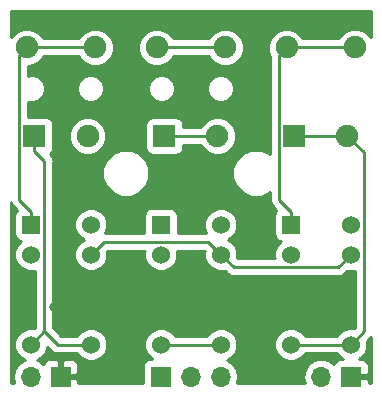
<source format=gbr>
G04 #@! TF.GenerationSoftware,KiCad,Pcbnew,5.0.1-33cea8e~68~ubuntu18.04.1*
G04 #@! TF.CreationDate,2018-11-09T17:01:54+09:00*
G04 #@! TF.ProjectId,relay_jacks,72656C61795F6A61636B732E6B696361,rev?*
G04 #@! TF.SameCoordinates,Original*
G04 #@! TF.FileFunction,Copper,L2,Bot,Signal*
G04 #@! TF.FilePolarity,Positive*
%FSLAX46Y46*%
G04 Gerber Fmt 4.6, Leading zero omitted, Abs format (unit mm)*
G04 Created by KiCad (PCBNEW 5.0.1-33cea8e~68~ubuntu18.04.1) date 2018年11月09日 17時01分54秒*
%MOMM*%
%LPD*%
G01*
G04 APERTURE LIST*
G04 #@! TA.AperFunction,ComponentPad*
%ADD10R,1.524000X1.524000*%
G04 #@! TD*
G04 #@! TA.AperFunction,ComponentPad*
%ADD11C,1.524000*%
G04 #@! TD*
G04 #@! TA.AperFunction,ComponentPad*
%ADD12C,1.900000*%
G04 #@! TD*
G04 #@! TA.AperFunction,ComponentPad*
%ADD13R,1.900000X1.900000*%
G04 #@! TD*
G04 #@! TA.AperFunction,ComponentPad*
%ADD14R,1.700000X1.700000*%
G04 #@! TD*
G04 #@! TA.AperFunction,ComponentPad*
%ADD15O,1.700000X1.700000*%
G04 #@! TD*
G04 #@! TA.AperFunction,ViaPad*
%ADD16C,0.800000*%
G04 #@! TD*
G04 #@! TA.AperFunction,Conductor*
%ADD17C,0.250000*%
G04 #@! TD*
G04 #@! TA.AperFunction,Conductor*
%ADD18C,0.254000*%
G04 #@! TD*
G04 APERTURE END LIST*
D10*
G04 #@! TO.P,K1,1*
G04 #@! TO.N,Net-(J1-Pad4)*
X74852000Y-105696000D03*
D11*
G04 #@! TO.P,K1,2*
G04 #@! TO.N,Net-(K1-Pad2)*
X79932000Y-105696000D03*
G04 #@! TO.P,K1,3*
G04 #@! TO.N,Net-(D2-Pad1)*
X74852000Y-108236000D03*
G04 #@! TO.P,K1,4*
G04 #@! TO.N,+5V*
X79932000Y-108236000D03*
G04 #@! TO.P,K1,5*
G04 #@! TO.N,Net-(J1-Pad2)*
X74852000Y-115856000D03*
G04 #@! TO.P,K1,6*
X79932000Y-115856000D03*
G04 #@! TD*
D12*
G04 #@! TO.P,J5,3*
G04 #@! TO.N,Net-(J5-Pad2)*
X90642000Y-98202000D03*
D13*
G04 #@! TO.P,J5,2*
X86142000Y-98202000D03*
D12*
G04 #@! TO.P,J5,4*
G04 #@! TO.N,Net-(J5-Pad4)*
X91292000Y-90702000D03*
X85492000Y-90702000D03*
G04 #@! TD*
G04 #@! TO.P,J6,3*
G04 #@! TO.N,Net-(J6-Pad2)*
X101642000Y-98202000D03*
D13*
G04 #@! TO.P,J6,2*
X97142000Y-98202000D03*
D12*
G04 #@! TO.P,J6,4*
G04 #@! TO.N,Net-(J6-Pad4)*
X102292000Y-90702000D03*
X96492000Y-90702000D03*
G04 #@! TD*
D11*
G04 #@! TO.P,K2,6*
G04 #@! TO.N,Net-(J5-Pad2)*
X90932000Y-115856000D03*
G04 #@! TO.P,K2,5*
X85852000Y-115856000D03*
G04 #@! TO.P,K2,4*
G04 #@! TO.N,+5V*
X90932000Y-108236000D03*
G04 #@! TO.P,K2,3*
G04 #@! TO.N,Net-(D4-Pad1)*
X85852000Y-108236000D03*
G04 #@! TO.P,K2,2*
G04 #@! TO.N,Net-(K2-Pad2)*
X90932000Y-105696000D03*
D10*
G04 #@! TO.P,K2,1*
G04 #@! TO.N,Net-(J5-Pad4)*
X85852000Y-105696000D03*
G04 #@! TD*
D12*
G04 #@! TO.P,J1,3*
G04 #@! TO.N,Net-(J1-Pad2)*
X79642000Y-98202000D03*
D13*
G04 #@! TO.P,J1,2*
X75142000Y-98202000D03*
D12*
G04 #@! TO.P,J1,4*
G04 #@! TO.N,Net-(J1-Pad4)*
X80292000Y-90702000D03*
X74492000Y-90702000D03*
G04 #@! TD*
D14*
G04 #@! TO.P,J2,1*
G04 #@! TO.N,SIG0*
X85826600Y-118567000D03*
D15*
G04 #@! TO.P,J2,2*
G04 #@! TO.N,SIG1*
X88366600Y-118567000D03*
G04 #@! TO.P,J2,3*
G04 #@! TO.N,SIG2*
X90906600Y-118567000D03*
G04 #@! TD*
D14*
G04 #@! TO.P,J3,1*
G04 #@! TO.N,GND*
X77368400Y-118567000D03*
D15*
G04 #@! TO.P,J3,2*
G04 #@! TO.N,+5V*
X74828400Y-118567000D03*
G04 #@! TD*
G04 #@! TO.P,J4,2*
G04 #@! TO.N,+5V*
X99416000Y-118567000D03*
D14*
G04 #@! TO.P,J4,1*
G04 #@! TO.N,GND*
X101956000Y-118567000D03*
G04 #@! TD*
D10*
G04 #@! TO.P,K3,1*
G04 #@! TO.N,Net-(J6-Pad4)*
X96852000Y-105696000D03*
D11*
G04 #@! TO.P,K3,2*
G04 #@! TO.N,Net-(K3-Pad2)*
X101932000Y-105696000D03*
G04 #@! TO.P,K3,3*
G04 #@! TO.N,Net-(D6-Pad1)*
X96852000Y-108236000D03*
G04 #@! TO.P,K3,4*
G04 #@! TO.N,+5V*
X101932000Y-108236000D03*
G04 #@! TO.P,K3,5*
G04 #@! TO.N,Net-(J6-Pad2)*
X96852000Y-115856000D03*
G04 #@! TO.P,K3,6*
X101932000Y-115856000D03*
G04 #@! TD*
D16*
G04 #@! TO.N,GND*
X100088700Y-110705900D03*
X90594052Y-110585915D03*
X85467200Y-111188500D03*
X78879700Y-110401100D03*
X76794200Y-112699800D03*
X74549000Y-112636300D03*
G04 #@! TD*
D17*
G04 #@! TO.N,+5V*
X101932000Y-108236000D02*
X100835900Y-109332100D01*
X100835900Y-109332100D02*
X92028100Y-109332100D01*
X92028100Y-109332100D02*
X90932000Y-108236000D01*
X90932000Y-108236000D02*
X89843300Y-107147300D01*
X89843300Y-107147300D02*
X81020700Y-107147300D01*
X81020700Y-107147300D02*
X79932000Y-108236000D01*
G04 #@! TO.N,GND*
X100088700Y-110705900D02*
X90714037Y-110705900D01*
X90714037Y-110705900D02*
X90594052Y-110585915D01*
X90594052Y-110585915D02*
X86069785Y-110585915D01*
X86069785Y-110585915D02*
X85467200Y-111188500D01*
X78879700Y-110401100D02*
X76794200Y-112486600D01*
X76794200Y-112486600D02*
X76794200Y-112699800D01*
G04 #@! TO.N,Net-(J1-Pad4)*
X74492000Y-90702000D02*
X73866600Y-91327400D01*
X73866600Y-91327400D02*
X73866600Y-103623300D01*
X73866600Y-103623300D02*
X74852000Y-104608700D01*
X74852000Y-105696000D02*
X74852000Y-104608700D01*
X74492000Y-90702000D02*
X80292000Y-90702000D01*
G04 #@! TO.N,Net-(J1-Pad2)*
X75142000Y-98202000D02*
X75142000Y-99477300D01*
X75985700Y-114722300D02*
X74852000Y-115856000D01*
X79932000Y-115856000D02*
X77119400Y-115856000D01*
X77119400Y-115856000D02*
X75985700Y-114722300D01*
X75142000Y-99477300D02*
X75985700Y-100321000D01*
X75985700Y-100321000D02*
X75985700Y-114722300D01*
G04 #@! TO.N,Net-(J5-Pad2)*
X86142000Y-98202000D02*
X90642000Y-98202000D01*
X85852000Y-115856000D02*
X90932000Y-115856000D01*
G04 #@! TO.N,Net-(J5-Pad4)*
X85492000Y-90702000D02*
X91292000Y-90702000D01*
G04 #@! TO.N,Net-(J6-Pad4)*
X96852000Y-105696000D02*
X96852000Y-104608700D01*
X96492000Y-90702000D02*
X95856300Y-91337700D01*
X95856300Y-91337700D02*
X95856300Y-103613000D01*
X95856300Y-103613000D02*
X96852000Y-104608700D01*
X102292000Y-90702000D02*
X96492000Y-90702000D01*
G04 #@! TO.N,Net-(J6-Pad2)*
X101642000Y-98202000D02*
X103035300Y-99595300D01*
X103035300Y-99595300D02*
X103035300Y-114752700D01*
X103035300Y-114752700D02*
X101932000Y-115856000D01*
X97142000Y-98202000D02*
X101642000Y-98202000D01*
X101932000Y-115856000D02*
X96852000Y-115856000D01*
G04 #@! TD*
D18*
G04 #@! TO.N,GND*
G36*
X103657001Y-89855600D02*
X103635698Y-89804170D01*
X103189830Y-89358302D01*
X102607276Y-89117000D01*
X101976724Y-89117000D01*
X101394170Y-89358302D01*
X100948302Y-89804170D01*
X100891211Y-89942000D01*
X97892789Y-89942000D01*
X97835698Y-89804170D01*
X97389830Y-89358302D01*
X96807276Y-89117000D01*
X96176724Y-89117000D01*
X95594170Y-89358302D01*
X95148302Y-89804170D01*
X94907000Y-90386724D01*
X94907000Y-91017276D01*
X95096300Y-91474286D01*
X95096301Y-99743088D01*
X95016412Y-99663199D01*
X94286841Y-99361000D01*
X93497159Y-99361000D01*
X92767588Y-99663199D01*
X92209199Y-100221588D01*
X91907000Y-100951159D01*
X91907000Y-101740841D01*
X92209199Y-102470412D01*
X92767588Y-103028801D01*
X93497159Y-103331000D01*
X94286841Y-103331000D01*
X95016412Y-103028801D01*
X95096301Y-102948912D01*
X95096301Y-103538148D01*
X95081412Y-103613000D01*
X95096301Y-103687852D01*
X95140397Y-103909537D01*
X95308372Y-104160929D01*
X95371827Y-104203329D01*
X95639683Y-104471185D01*
X95632191Y-104476191D01*
X95491843Y-104686235D01*
X95442560Y-104934000D01*
X95442560Y-106458000D01*
X95491843Y-106705765D01*
X95632191Y-106915809D01*
X95842235Y-107056157D01*
X96020690Y-107091653D01*
X95667680Y-107444663D01*
X95455000Y-107958119D01*
X95455000Y-108513881D01*
X95479115Y-108572100D01*
X92342903Y-108572100D01*
X92316020Y-108545218D01*
X92329000Y-108513881D01*
X92329000Y-107958119D01*
X92116320Y-107444663D01*
X91723337Y-107051680D01*
X91516487Y-106966000D01*
X91723337Y-106880320D01*
X92116320Y-106487337D01*
X92329000Y-105973881D01*
X92329000Y-105418119D01*
X92116320Y-104904663D01*
X91723337Y-104511680D01*
X91209881Y-104299000D01*
X90654119Y-104299000D01*
X90140663Y-104511680D01*
X89747680Y-104904663D01*
X89535000Y-105418119D01*
X89535000Y-105973881D01*
X89706243Y-106387300D01*
X87261440Y-106387300D01*
X87261440Y-104934000D01*
X87212157Y-104686235D01*
X87071809Y-104476191D01*
X86861765Y-104335843D01*
X86614000Y-104286560D01*
X85090000Y-104286560D01*
X84842235Y-104335843D01*
X84632191Y-104476191D01*
X84491843Y-104686235D01*
X84442560Y-104934000D01*
X84442560Y-106387300D01*
X81157757Y-106387300D01*
X81329000Y-105973881D01*
X81329000Y-105418119D01*
X81116320Y-104904663D01*
X80723337Y-104511680D01*
X80209881Y-104299000D01*
X79654119Y-104299000D01*
X79140663Y-104511680D01*
X78747680Y-104904663D01*
X78535000Y-105418119D01*
X78535000Y-105973881D01*
X78747680Y-106487337D01*
X79140663Y-106880320D01*
X79347513Y-106966000D01*
X79140663Y-107051680D01*
X78747680Y-107444663D01*
X78535000Y-107958119D01*
X78535000Y-108513881D01*
X78747680Y-109027337D01*
X79140663Y-109420320D01*
X79654119Y-109633000D01*
X80209881Y-109633000D01*
X80723337Y-109420320D01*
X81116320Y-109027337D01*
X81329000Y-108513881D01*
X81329000Y-107958119D01*
X81316020Y-107926782D01*
X81335503Y-107907300D01*
X84476050Y-107907300D01*
X84455000Y-107958119D01*
X84455000Y-108513881D01*
X84667680Y-109027337D01*
X85060663Y-109420320D01*
X85574119Y-109633000D01*
X86129881Y-109633000D01*
X86643337Y-109420320D01*
X87036320Y-109027337D01*
X87249000Y-108513881D01*
X87249000Y-107958119D01*
X87227950Y-107907300D01*
X89528499Y-107907300D01*
X89547980Y-107926782D01*
X89535000Y-107958119D01*
X89535000Y-108513881D01*
X89747680Y-109027337D01*
X90140663Y-109420320D01*
X90654119Y-109633000D01*
X91209881Y-109633000D01*
X91241218Y-109620020D01*
X91437773Y-109816575D01*
X91480171Y-109880029D01*
X91543624Y-109922427D01*
X91543626Y-109922429D01*
X91669002Y-110006202D01*
X91731563Y-110048004D01*
X91953248Y-110092100D01*
X91953252Y-110092100D01*
X92028099Y-110106988D01*
X92102946Y-110092100D01*
X100761053Y-110092100D01*
X100835900Y-110106988D01*
X100910747Y-110092100D01*
X100910752Y-110092100D01*
X101132437Y-110048004D01*
X101383829Y-109880029D01*
X101426231Y-109816571D01*
X101622782Y-109620020D01*
X101654119Y-109633000D01*
X102209881Y-109633000D01*
X102275301Y-109605902D01*
X102275301Y-114437897D01*
X102241218Y-114471980D01*
X102209881Y-114459000D01*
X101654119Y-114459000D01*
X101140663Y-114671680D01*
X100747680Y-115064663D01*
X100734700Y-115096000D01*
X98049300Y-115096000D01*
X98036320Y-115064663D01*
X97643337Y-114671680D01*
X97129881Y-114459000D01*
X96574119Y-114459000D01*
X96060663Y-114671680D01*
X95667680Y-115064663D01*
X95455000Y-115578119D01*
X95455000Y-116133881D01*
X95667680Y-116647337D01*
X96060663Y-117040320D01*
X96574119Y-117253000D01*
X97129881Y-117253000D01*
X97643337Y-117040320D01*
X98036320Y-116647337D01*
X98049300Y-116616000D01*
X100734700Y-116616000D01*
X100747680Y-116647337D01*
X101140663Y-117040320D01*
X101241288Y-117082000D01*
X100979690Y-117082000D01*
X100746301Y-117178673D01*
X100567673Y-117357302D01*
X100501096Y-117518033D01*
X100486625Y-117496375D01*
X99995418Y-117168161D01*
X99562256Y-117082000D01*
X99269744Y-117082000D01*
X98836582Y-117168161D01*
X98345375Y-117496375D01*
X98017161Y-117987582D01*
X97901908Y-118567000D01*
X98014492Y-119133000D01*
X92308108Y-119133000D01*
X92420692Y-118567000D01*
X92305439Y-117987582D01*
X91977225Y-117496375D01*
X91486018Y-117168161D01*
X91437838Y-117158577D01*
X91723337Y-117040320D01*
X92116320Y-116647337D01*
X92329000Y-116133881D01*
X92329000Y-115578119D01*
X92116320Y-115064663D01*
X91723337Y-114671680D01*
X91209881Y-114459000D01*
X90654119Y-114459000D01*
X90140663Y-114671680D01*
X89747680Y-115064663D01*
X89734700Y-115096000D01*
X87049300Y-115096000D01*
X87036320Y-115064663D01*
X86643337Y-114671680D01*
X86129881Y-114459000D01*
X85574119Y-114459000D01*
X85060663Y-114671680D01*
X84667680Y-115064663D01*
X84455000Y-115578119D01*
X84455000Y-116133881D01*
X84667680Y-116647337D01*
X85060663Y-117040320D01*
X85131255Y-117069560D01*
X84976600Y-117069560D01*
X84728835Y-117118843D01*
X84518791Y-117259191D01*
X84378443Y-117469235D01*
X84329160Y-117717000D01*
X84329160Y-119133000D01*
X78853400Y-119133000D01*
X78853400Y-118852750D01*
X78694650Y-118694000D01*
X77495400Y-118694000D01*
X77495400Y-118714000D01*
X77241400Y-118714000D01*
X77241400Y-118694000D01*
X77221400Y-118694000D01*
X77221400Y-118440000D01*
X77241400Y-118440000D01*
X77241400Y-117240750D01*
X77495400Y-117240750D01*
X77495400Y-118440000D01*
X78694650Y-118440000D01*
X78853400Y-118281250D01*
X78853400Y-117590691D01*
X78756727Y-117357302D01*
X78578099Y-117178673D01*
X78344710Y-117082000D01*
X77654150Y-117082000D01*
X77495400Y-117240750D01*
X77241400Y-117240750D01*
X77082650Y-117082000D01*
X76392090Y-117082000D01*
X76158701Y-117178673D01*
X75980073Y-117357302D01*
X75913496Y-117518033D01*
X75899025Y-117496375D01*
X75407818Y-117168161D01*
X75358422Y-117158336D01*
X75643337Y-117040320D01*
X76036320Y-116647337D01*
X76249000Y-116133881D01*
X76249000Y-116060402D01*
X76529071Y-116340473D01*
X76571471Y-116403929D01*
X76822863Y-116571904D01*
X77044548Y-116616000D01*
X77044553Y-116616000D01*
X77119400Y-116630888D01*
X77194247Y-116616000D01*
X78734700Y-116616000D01*
X78747680Y-116647337D01*
X79140663Y-117040320D01*
X79654119Y-117253000D01*
X80209881Y-117253000D01*
X80723337Y-117040320D01*
X81116320Y-116647337D01*
X81329000Y-116133881D01*
X81329000Y-115578119D01*
X81116320Y-115064663D01*
X80723337Y-114671680D01*
X80209881Y-114459000D01*
X79654119Y-114459000D01*
X79140663Y-114671680D01*
X78747680Y-115064663D01*
X78734700Y-115096000D01*
X77434202Y-115096000D01*
X76745700Y-114407499D01*
X76745700Y-100951159D01*
X80907000Y-100951159D01*
X80907000Y-101740841D01*
X81209199Y-102470412D01*
X81767588Y-103028801D01*
X82497159Y-103331000D01*
X83286841Y-103331000D01*
X84016412Y-103028801D01*
X84574801Y-102470412D01*
X84877000Y-101740841D01*
X84877000Y-100951159D01*
X84574801Y-100221588D01*
X84016412Y-99663199D01*
X83286841Y-99361000D01*
X82497159Y-99361000D01*
X81767588Y-99663199D01*
X81209199Y-100221588D01*
X80907000Y-100951159D01*
X76745700Y-100951159D01*
X76745700Y-100395847D01*
X76760588Y-100321000D01*
X76745700Y-100246153D01*
X76745700Y-100246148D01*
X76701604Y-100024463D01*
X76533629Y-99773071D01*
X76470173Y-99730671D01*
X76429620Y-99690118D01*
X76549809Y-99609809D01*
X76690157Y-99399765D01*
X76739440Y-99152000D01*
X76739440Y-97886724D01*
X78057000Y-97886724D01*
X78057000Y-98517276D01*
X78298302Y-99099830D01*
X78744170Y-99545698D01*
X79326724Y-99787000D01*
X79957276Y-99787000D01*
X80539830Y-99545698D01*
X80985698Y-99099830D01*
X81227000Y-98517276D01*
X81227000Y-97886724D01*
X80985698Y-97304170D01*
X80933528Y-97252000D01*
X84544560Y-97252000D01*
X84544560Y-99152000D01*
X84593843Y-99399765D01*
X84734191Y-99609809D01*
X84944235Y-99750157D01*
X85192000Y-99799440D01*
X87092000Y-99799440D01*
X87339765Y-99750157D01*
X87549809Y-99609809D01*
X87690157Y-99399765D01*
X87739440Y-99152000D01*
X87739440Y-98962000D01*
X89241211Y-98962000D01*
X89298302Y-99099830D01*
X89744170Y-99545698D01*
X90326724Y-99787000D01*
X90957276Y-99787000D01*
X91539830Y-99545698D01*
X91985698Y-99099830D01*
X92227000Y-98517276D01*
X92227000Y-97886724D01*
X91985698Y-97304170D01*
X91539830Y-96858302D01*
X90957276Y-96617000D01*
X90326724Y-96617000D01*
X89744170Y-96858302D01*
X89298302Y-97304170D01*
X89241211Y-97442000D01*
X87739440Y-97442000D01*
X87739440Y-97252000D01*
X87690157Y-97004235D01*
X87549809Y-96794191D01*
X87339765Y-96653843D01*
X87092000Y-96604560D01*
X85192000Y-96604560D01*
X84944235Y-96653843D01*
X84734191Y-96794191D01*
X84593843Y-97004235D01*
X84544560Y-97252000D01*
X80933528Y-97252000D01*
X80539830Y-96858302D01*
X79957276Y-96617000D01*
X79326724Y-96617000D01*
X78744170Y-96858302D01*
X78298302Y-97304170D01*
X78057000Y-97886724D01*
X76739440Y-97886724D01*
X76739440Y-97252000D01*
X76690157Y-97004235D01*
X76549809Y-96794191D01*
X76339765Y-96653843D01*
X76092000Y-96604560D01*
X74626600Y-96604560D01*
X74626600Y-95320583D01*
X74666234Y-95337000D01*
X75117766Y-95337000D01*
X75534926Y-95164207D01*
X75854207Y-94844926D01*
X76027000Y-94427766D01*
X76027000Y-93976234D01*
X78757000Y-93976234D01*
X78757000Y-94427766D01*
X78929793Y-94844926D01*
X79249074Y-95164207D01*
X79666234Y-95337000D01*
X80117766Y-95337000D01*
X80534926Y-95164207D01*
X80854207Y-94844926D01*
X81027000Y-94427766D01*
X81027000Y-93976234D01*
X84757000Y-93976234D01*
X84757000Y-94427766D01*
X84929793Y-94844926D01*
X85249074Y-95164207D01*
X85666234Y-95337000D01*
X86117766Y-95337000D01*
X86534926Y-95164207D01*
X86854207Y-94844926D01*
X87027000Y-94427766D01*
X87027000Y-93976234D01*
X89757000Y-93976234D01*
X89757000Y-94427766D01*
X89929793Y-94844926D01*
X90249074Y-95164207D01*
X90666234Y-95337000D01*
X91117766Y-95337000D01*
X91534926Y-95164207D01*
X91854207Y-94844926D01*
X92027000Y-94427766D01*
X92027000Y-93976234D01*
X91854207Y-93559074D01*
X91534926Y-93239793D01*
X91117766Y-93067000D01*
X90666234Y-93067000D01*
X90249074Y-93239793D01*
X89929793Y-93559074D01*
X89757000Y-93976234D01*
X87027000Y-93976234D01*
X86854207Y-93559074D01*
X86534926Y-93239793D01*
X86117766Y-93067000D01*
X85666234Y-93067000D01*
X85249074Y-93239793D01*
X84929793Y-93559074D01*
X84757000Y-93976234D01*
X81027000Y-93976234D01*
X80854207Y-93559074D01*
X80534926Y-93239793D01*
X80117766Y-93067000D01*
X79666234Y-93067000D01*
X79249074Y-93239793D01*
X78929793Y-93559074D01*
X78757000Y-93976234D01*
X76027000Y-93976234D01*
X75854207Y-93559074D01*
X75534926Y-93239793D01*
X75117766Y-93067000D01*
X74666234Y-93067000D01*
X74626600Y-93083417D01*
X74626600Y-92287000D01*
X74807276Y-92287000D01*
X75389830Y-92045698D01*
X75835698Y-91599830D01*
X75892789Y-91462000D01*
X78891211Y-91462000D01*
X78948302Y-91599830D01*
X79394170Y-92045698D01*
X79976724Y-92287000D01*
X80607276Y-92287000D01*
X81189830Y-92045698D01*
X81635698Y-91599830D01*
X81877000Y-91017276D01*
X81877000Y-90386724D01*
X83907000Y-90386724D01*
X83907000Y-91017276D01*
X84148302Y-91599830D01*
X84594170Y-92045698D01*
X85176724Y-92287000D01*
X85807276Y-92287000D01*
X86389830Y-92045698D01*
X86835698Y-91599830D01*
X86892789Y-91462000D01*
X89891211Y-91462000D01*
X89948302Y-91599830D01*
X90394170Y-92045698D01*
X90976724Y-92287000D01*
X91607276Y-92287000D01*
X92189830Y-92045698D01*
X92635698Y-91599830D01*
X92877000Y-91017276D01*
X92877000Y-90386724D01*
X92635698Y-89804170D01*
X92189830Y-89358302D01*
X91607276Y-89117000D01*
X90976724Y-89117000D01*
X90394170Y-89358302D01*
X89948302Y-89804170D01*
X89891211Y-89942000D01*
X86892789Y-89942000D01*
X86835698Y-89804170D01*
X86389830Y-89358302D01*
X85807276Y-89117000D01*
X85176724Y-89117000D01*
X84594170Y-89358302D01*
X84148302Y-89804170D01*
X83907000Y-90386724D01*
X81877000Y-90386724D01*
X81635698Y-89804170D01*
X81189830Y-89358302D01*
X80607276Y-89117000D01*
X79976724Y-89117000D01*
X79394170Y-89358302D01*
X78948302Y-89804170D01*
X78891211Y-89942000D01*
X75892789Y-89942000D01*
X75835698Y-89804170D01*
X75389830Y-89358302D01*
X74807276Y-89117000D01*
X74176724Y-89117000D01*
X73594170Y-89358302D01*
X73148302Y-89804170D01*
X73127000Y-89855598D01*
X73127000Y-87603000D01*
X103657001Y-87603000D01*
X103657001Y-89855600D01*
X103657001Y-89855600D01*
G37*
X103657001Y-89855600D02*
X103635698Y-89804170D01*
X103189830Y-89358302D01*
X102607276Y-89117000D01*
X101976724Y-89117000D01*
X101394170Y-89358302D01*
X100948302Y-89804170D01*
X100891211Y-89942000D01*
X97892789Y-89942000D01*
X97835698Y-89804170D01*
X97389830Y-89358302D01*
X96807276Y-89117000D01*
X96176724Y-89117000D01*
X95594170Y-89358302D01*
X95148302Y-89804170D01*
X94907000Y-90386724D01*
X94907000Y-91017276D01*
X95096300Y-91474286D01*
X95096301Y-99743088D01*
X95016412Y-99663199D01*
X94286841Y-99361000D01*
X93497159Y-99361000D01*
X92767588Y-99663199D01*
X92209199Y-100221588D01*
X91907000Y-100951159D01*
X91907000Y-101740841D01*
X92209199Y-102470412D01*
X92767588Y-103028801D01*
X93497159Y-103331000D01*
X94286841Y-103331000D01*
X95016412Y-103028801D01*
X95096301Y-102948912D01*
X95096301Y-103538148D01*
X95081412Y-103613000D01*
X95096301Y-103687852D01*
X95140397Y-103909537D01*
X95308372Y-104160929D01*
X95371827Y-104203329D01*
X95639683Y-104471185D01*
X95632191Y-104476191D01*
X95491843Y-104686235D01*
X95442560Y-104934000D01*
X95442560Y-106458000D01*
X95491843Y-106705765D01*
X95632191Y-106915809D01*
X95842235Y-107056157D01*
X96020690Y-107091653D01*
X95667680Y-107444663D01*
X95455000Y-107958119D01*
X95455000Y-108513881D01*
X95479115Y-108572100D01*
X92342903Y-108572100D01*
X92316020Y-108545218D01*
X92329000Y-108513881D01*
X92329000Y-107958119D01*
X92116320Y-107444663D01*
X91723337Y-107051680D01*
X91516487Y-106966000D01*
X91723337Y-106880320D01*
X92116320Y-106487337D01*
X92329000Y-105973881D01*
X92329000Y-105418119D01*
X92116320Y-104904663D01*
X91723337Y-104511680D01*
X91209881Y-104299000D01*
X90654119Y-104299000D01*
X90140663Y-104511680D01*
X89747680Y-104904663D01*
X89535000Y-105418119D01*
X89535000Y-105973881D01*
X89706243Y-106387300D01*
X87261440Y-106387300D01*
X87261440Y-104934000D01*
X87212157Y-104686235D01*
X87071809Y-104476191D01*
X86861765Y-104335843D01*
X86614000Y-104286560D01*
X85090000Y-104286560D01*
X84842235Y-104335843D01*
X84632191Y-104476191D01*
X84491843Y-104686235D01*
X84442560Y-104934000D01*
X84442560Y-106387300D01*
X81157757Y-106387300D01*
X81329000Y-105973881D01*
X81329000Y-105418119D01*
X81116320Y-104904663D01*
X80723337Y-104511680D01*
X80209881Y-104299000D01*
X79654119Y-104299000D01*
X79140663Y-104511680D01*
X78747680Y-104904663D01*
X78535000Y-105418119D01*
X78535000Y-105973881D01*
X78747680Y-106487337D01*
X79140663Y-106880320D01*
X79347513Y-106966000D01*
X79140663Y-107051680D01*
X78747680Y-107444663D01*
X78535000Y-107958119D01*
X78535000Y-108513881D01*
X78747680Y-109027337D01*
X79140663Y-109420320D01*
X79654119Y-109633000D01*
X80209881Y-109633000D01*
X80723337Y-109420320D01*
X81116320Y-109027337D01*
X81329000Y-108513881D01*
X81329000Y-107958119D01*
X81316020Y-107926782D01*
X81335503Y-107907300D01*
X84476050Y-107907300D01*
X84455000Y-107958119D01*
X84455000Y-108513881D01*
X84667680Y-109027337D01*
X85060663Y-109420320D01*
X85574119Y-109633000D01*
X86129881Y-109633000D01*
X86643337Y-109420320D01*
X87036320Y-109027337D01*
X87249000Y-108513881D01*
X87249000Y-107958119D01*
X87227950Y-107907300D01*
X89528499Y-107907300D01*
X89547980Y-107926782D01*
X89535000Y-107958119D01*
X89535000Y-108513881D01*
X89747680Y-109027337D01*
X90140663Y-109420320D01*
X90654119Y-109633000D01*
X91209881Y-109633000D01*
X91241218Y-109620020D01*
X91437773Y-109816575D01*
X91480171Y-109880029D01*
X91543624Y-109922427D01*
X91543626Y-109922429D01*
X91669002Y-110006202D01*
X91731563Y-110048004D01*
X91953248Y-110092100D01*
X91953252Y-110092100D01*
X92028099Y-110106988D01*
X92102946Y-110092100D01*
X100761053Y-110092100D01*
X100835900Y-110106988D01*
X100910747Y-110092100D01*
X100910752Y-110092100D01*
X101132437Y-110048004D01*
X101383829Y-109880029D01*
X101426231Y-109816571D01*
X101622782Y-109620020D01*
X101654119Y-109633000D01*
X102209881Y-109633000D01*
X102275301Y-109605902D01*
X102275301Y-114437897D01*
X102241218Y-114471980D01*
X102209881Y-114459000D01*
X101654119Y-114459000D01*
X101140663Y-114671680D01*
X100747680Y-115064663D01*
X100734700Y-115096000D01*
X98049300Y-115096000D01*
X98036320Y-115064663D01*
X97643337Y-114671680D01*
X97129881Y-114459000D01*
X96574119Y-114459000D01*
X96060663Y-114671680D01*
X95667680Y-115064663D01*
X95455000Y-115578119D01*
X95455000Y-116133881D01*
X95667680Y-116647337D01*
X96060663Y-117040320D01*
X96574119Y-117253000D01*
X97129881Y-117253000D01*
X97643337Y-117040320D01*
X98036320Y-116647337D01*
X98049300Y-116616000D01*
X100734700Y-116616000D01*
X100747680Y-116647337D01*
X101140663Y-117040320D01*
X101241288Y-117082000D01*
X100979690Y-117082000D01*
X100746301Y-117178673D01*
X100567673Y-117357302D01*
X100501096Y-117518033D01*
X100486625Y-117496375D01*
X99995418Y-117168161D01*
X99562256Y-117082000D01*
X99269744Y-117082000D01*
X98836582Y-117168161D01*
X98345375Y-117496375D01*
X98017161Y-117987582D01*
X97901908Y-118567000D01*
X98014492Y-119133000D01*
X92308108Y-119133000D01*
X92420692Y-118567000D01*
X92305439Y-117987582D01*
X91977225Y-117496375D01*
X91486018Y-117168161D01*
X91437838Y-117158577D01*
X91723337Y-117040320D01*
X92116320Y-116647337D01*
X92329000Y-116133881D01*
X92329000Y-115578119D01*
X92116320Y-115064663D01*
X91723337Y-114671680D01*
X91209881Y-114459000D01*
X90654119Y-114459000D01*
X90140663Y-114671680D01*
X89747680Y-115064663D01*
X89734700Y-115096000D01*
X87049300Y-115096000D01*
X87036320Y-115064663D01*
X86643337Y-114671680D01*
X86129881Y-114459000D01*
X85574119Y-114459000D01*
X85060663Y-114671680D01*
X84667680Y-115064663D01*
X84455000Y-115578119D01*
X84455000Y-116133881D01*
X84667680Y-116647337D01*
X85060663Y-117040320D01*
X85131255Y-117069560D01*
X84976600Y-117069560D01*
X84728835Y-117118843D01*
X84518791Y-117259191D01*
X84378443Y-117469235D01*
X84329160Y-117717000D01*
X84329160Y-119133000D01*
X78853400Y-119133000D01*
X78853400Y-118852750D01*
X78694650Y-118694000D01*
X77495400Y-118694000D01*
X77495400Y-118714000D01*
X77241400Y-118714000D01*
X77241400Y-118694000D01*
X77221400Y-118694000D01*
X77221400Y-118440000D01*
X77241400Y-118440000D01*
X77241400Y-117240750D01*
X77495400Y-117240750D01*
X77495400Y-118440000D01*
X78694650Y-118440000D01*
X78853400Y-118281250D01*
X78853400Y-117590691D01*
X78756727Y-117357302D01*
X78578099Y-117178673D01*
X78344710Y-117082000D01*
X77654150Y-117082000D01*
X77495400Y-117240750D01*
X77241400Y-117240750D01*
X77082650Y-117082000D01*
X76392090Y-117082000D01*
X76158701Y-117178673D01*
X75980073Y-117357302D01*
X75913496Y-117518033D01*
X75899025Y-117496375D01*
X75407818Y-117168161D01*
X75358422Y-117158336D01*
X75643337Y-117040320D01*
X76036320Y-116647337D01*
X76249000Y-116133881D01*
X76249000Y-116060402D01*
X76529071Y-116340473D01*
X76571471Y-116403929D01*
X76822863Y-116571904D01*
X77044548Y-116616000D01*
X77044553Y-116616000D01*
X77119400Y-116630888D01*
X77194247Y-116616000D01*
X78734700Y-116616000D01*
X78747680Y-116647337D01*
X79140663Y-117040320D01*
X79654119Y-117253000D01*
X80209881Y-117253000D01*
X80723337Y-117040320D01*
X81116320Y-116647337D01*
X81329000Y-116133881D01*
X81329000Y-115578119D01*
X81116320Y-115064663D01*
X80723337Y-114671680D01*
X80209881Y-114459000D01*
X79654119Y-114459000D01*
X79140663Y-114671680D01*
X78747680Y-115064663D01*
X78734700Y-115096000D01*
X77434202Y-115096000D01*
X76745700Y-114407499D01*
X76745700Y-100951159D01*
X80907000Y-100951159D01*
X80907000Y-101740841D01*
X81209199Y-102470412D01*
X81767588Y-103028801D01*
X82497159Y-103331000D01*
X83286841Y-103331000D01*
X84016412Y-103028801D01*
X84574801Y-102470412D01*
X84877000Y-101740841D01*
X84877000Y-100951159D01*
X84574801Y-100221588D01*
X84016412Y-99663199D01*
X83286841Y-99361000D01*
X82497159Y-99361000D01*
X81767588Y-99663199D01*
X81209199Y-100221588D01*
X80907000Y-100951159D01*
X76745700Y-100951159D01*
X76745700Y-100395847D01*
X76760588Y-100321000D01*
X76745700Y-100246153D01*
X76745700Y-100246148D01*
X76701604Y-100024463D01*
X76533629Y-99773071D01*
X76470173Y-99730671D01*
X76429620Y-99690118D01*
X76549809Y-99609809D01*
X76690157Y-99399765D01*
X76739440Y-99152000D01*
X76739440Y-97886724D01*
X78057000Y-97886724D01*
X78057000Y-98517276D01*
X78298302Y-99099830D01*
X78744170Y-99545698D01*
X79326724Y-99787000D01*
X79957276Y-99787000D01*
X80539830Y-99545698D01*
X80985698Y-99099830D01*
X81227000Y-98517276D01*
X81227000Y-97886724D01*
X80985698Y-97304170D01*
X80933528Y-97252000D01*
X84544560Y-97252000D01*
X84544560Y-99152000D01*
X84593843Y-99399765D01*
X84734191Y-99609809D01*
X84944235Y-99750157D01*
X85192000Y-99799440D01*
X87092000Y-99799440D01*
X87339765Y-99750157D01*
X87549809Y-99609809D01*
X87690157Y-99399765D01*
X87739440Y-99152000D01*
X87739440Y-98962000D01*
X89241211Y-98962000D01*
X89298302Y-99099830D01*
X89744170Y-99545698D01*
X90326724Y-99787000D01*
X90957276Y-99787000D01*
X91539830Y-99545698D01*
X91985698Y-99099830D01*
X92227000Y-98517276D01*
X92227000Y-97886724D01*
X91985698Y-97304170D01*
X91539830Y-96858302D01*
X90957276Y-96617000D01*
X90326724Y-96617000D01*
X89744170Y-96858302D01*
X89298302Y-97304170D01*
X89241211Y-97442000D01*
X87739440Y-97442000D01*
X87739440Y-97252000D01*
X87690157Y-97004235D01*
X87549809Y-96794191D01*
X87339765Y-96653843D01*
X87092000Y-96604560D01*
X85192000Y-96604560D01*
X84944235Y-96653843D01*
X84734191Y-96794191D01*
X84593843Y-97004235D01*
X84544560Y-97252000D01*
X80933528Y-97252000D01*
X80539830Y-96858302D01*
X79957276Y-96617000D01*
X79326724Y-96617000D01*
X78744170Y-96858302D01*
X78298302Y-97304170D01*
X78057000Y-97886724D01*
X76739440Y-97886724D01*
X76739440Y-97252000D01*
X76690157Y-97004235D01*
X76549809Y-96794191D01*
X76339765Y-96653843D01*
X76092000Y-96604560D01*
X74626600Y-96604560D01*
X74626600Y-95320583D01*
X74666234Y-95337000D01*
X75117766Y-95337000D01*
X75534926Y-95164207D01*
X75854207Y-94844926D01*
X76027000Y-94427766D01*
X76027000Y-93976234D01*
X78757000Y-93976234D01*
X78757000Y-94427766D01*
X78929793Y-94844926D01*
X79249074Y-95164207D01*
X79666234Y-95337000D01*
X80117766Y-95337000D01*
X80534926Y-95164207D01*
X80854207Y-94844926D01*
X81027000Y-94427766D01*
X81027000Y-93976234D01*
X84757000Y-93976234D01*
X84757000Y-94427766D01*
X84929793Y-94844926D01*
X85249074Y-95164207D01*
X85666234Y-95337000D01*
X86117766Y-95337000D01*
X86534926Y-95164207D01*
X86854207Y-94844926D01*
X87027000Y-94427766D01*
X87027000Y-93976234D01*
X89757000Y-93976234D01*
X89757000Y-94427766D01*
X89929793Y-94844926D01*
X90249074Y-95164207D01*
X90666234Y-95337000D01*
X91117766Y-95337000D01*
X91534926Y-95164207D01*
X91854207Y-94844926D01*
X92027000Y-94427766D01*
X92027000Y-93976234D01*
X91854207Y-93559074D01*
X91534926Y-93239793D01*
X91117766Y-93067000D01*
X90666234Y-93067000D01*
X90249074Y-93239793D01*
X89929793Y-93559074D01*
X89757000Y-93976234D01*
X87027000Y-93976234D01*
X86854207Y-93559074D01*
X86534926Y-93239793D01*
X86117766Y-93067000D01*
X85666234Y-93067000D01*
X85249074Y-93239793D01*
X84929793Y-93559074D01*
X84757000Y-93976234D01*
X81027000Y-93976234D01*
X80854207Y-93559074D01*
X80534926Y-93239793D01*
X80117766Y-93067000D01*
X79666234Y-93067000D01*
X79249074Y-93239793D01*
X78929793Y-93559074D01*
X78757000Y-93976234D01*
X76027000Y-93976234D01*
X75854207Y-93559074D01*
X75534926Y-93239793D01*
X75117766Y-93067000D01*
X74666234Y-93067000D01*
X74626600Y-93083417D01*
X74626600Y-92287000D01*
X74807276Y-92287000D01*
X75389830Y-92045698D01*
X75835698Y-91599830D01*
X75892789Y-91462000D01*
X78891211Y-91462000D01*
X78948302Y-91599830D01*
X79394170Y-92045698D01*
X79976724Y-92287000D01*
X80607276Y-92287000D01*
X81189830Y-92045698D01*
X81635698Y-91599830D01*
X81877000Y-91017276D01*
X81877000Y-90386724D01*
X83907000Y-90386724D01*
X83907000Y-91017276D01*
X84148302Y-91599830D01*
X84594170Y-92045698D01*
X85176724Y-92287000D01*
X85807276Y-92287000D01*
X86389830Y-92045698D01*
X86835698Y-91599830D01*
X86892789Y-91462000D01*
X89891211Y-91462000D01*
X89948302Y-91599830D01*
X90394170Y-92045698D01*
X90976724Y-92287000D01*
X91607276Y-92287000D01*
X92189830Y-92045698D01*
X92635698Y-91599830D01*
X92877000Y-91017276D01*
X92877000Y-90386724D01*
X92635698Y-89804170D01*
X92189830Y-89358302D01*
X91607276Y-89117000D01*
X90976724Y-89117000D01*
X90394170Y-89358302D01*
X89948302Y-89804170D01*
X89891211Y-89942000D01*
X86892789Y-89942000D01*
X86835698Y-89804170D01*
X86389830Y-89358302D01*
X85807276Y-89117000D01*
X85176724Y-89117000D01*
X84594170Y-89358302D01*
X84148302Y-89804170D01*
X83907000Y-90386724D01*
X81877000Y-90386724D01*
X81635698Y-89804170D01*
X81189830Y-89358302D01*
X80607276Y-89117000D01*
X79976724Y-89117000D01*
X79394170Y-89358302D01*
X78948302Y-89804170D01*
X78891211Y-89942000D01*
X75892789Y-89942000D01*
X75835698Y-89804170D01*
X75389830Y-89358302D01*
X74807276Y-89117000D01*
X74176724Y-89117000D01*
X73594170Y-89358302D01*
X73148302Y-89804170D01*
X73127000Y-89855598D01*
X73127000Y-87603000D01*
X103657001Y-87603000D01*
X103657001Y-89855600D01*
G36*
X103657000Y-119133000D02*
X103441000Y-119133000D01*
X103441000Y-118852750D01*
X103282250Y-118694000D01*
X102083000Y-118694000D01*
X102083000Y-118714000D01*
X101829000Y-118714000D01*
X101829000Y-118694000D01*
X101809000Y-118694000D01*
X101809000Y-118440000D01*
X101829000Y-118440000D01*
X101829000Y-118420000D01*
X102083000Y-118420000D01*
X102083000Y-118440000D01*
X103282250Y-118440000D01*
X103441000Y-118281250D01*
X103441000Y-117590691D01*
X103344327Y-117357302D01*
X103165699Y-117178673D01*
X102932310Y-117082000D01*
X102622712Y-117082000D01*
X102723337Y-117040320D01*
X103116320Y-116647337D01*
X103329000Y-116133881D01*
X103329000Y-115578119D01*
X103316020Y-115546782D01*
X103519773Y-115343029D01*
X103583229Y-115300629D01*
X103657000Y-115190223D01*
X103657000Y-119133000D01*
X103657000Y-119133000D01*
G37*
X103657000Y-119133000D02*
X103441000Y-119133000D01*
X103441000Y-118852750D01*
X103282250Y-118694000D01*
X102083000Y-118694000D01*
X102083000Y-118714000D01*
X101829000Y-118714000D01*
X101829000Y-118694000D01*
X101809000Y-118694000D01*
X101809000Y-118440000D01*
X101829000Y-118440000D01*
X101829000Y-118420000D01*
X102083000Y-118420000D01*
X102083000Y-118440000D01*
X103282250Y-118440000D01*
X103441000Y-118281250D01*
X103441000Y-117590691D01*
X103344327Y-117357302D01*
X103165699Y-117178673D01*
X102932310Y-117082000D01*
X102622712Y-117082000D01*
X102723337Y-117040320D01*
X103116320Y-116647337D01*
X103329000Y-116133881D01*
X103329000Y-115578119D01*
X103316020Y-115546782D01*
X103519773Y-115343029D01*
X103583229Y-115300629D01*
X103657000Y-115190223D01*
X103657000Y-119133000D01*
G36*
X73150697Y-103919837D02*
X73318672Y-104171229D01*
X73382128Y-104213629D01*
X73639683Y-104471185D01*
X73632191Y-104476191D01*
X73491843Y-104686235D01*
X73442560Y-104934000D01*
X73442560Y-106458000D01*
X73491843Y-106705765D01*
X73632191Y-106915809D01*
X73842235Y-107056157D01*
X74020690Y-107091653D01*
X73667680Y-107444663D01*
X73455000Y-107958119D01*
X73455000Y-108513881D01*
X73667680Y-109027337D01*
X74060663Y-109420320D01*
X74574119Y-109633000D01*
X75129881Y-109633000D01*
X75225701Y-109593310D01*
X75225701Y-114407497D01*
X75161218Y-114471980D01*
X75129881Y-114459000D01*
X74574119Y-114459000D01*
X74060663Y-114671680D01*
X73667680Y-115064663D01*
X73455000Y-115578119D01*
X73455000Y-116133881D01*
X73667680Y-116647337D01*
X74060663Y-117040320D01*
X74330265Y-117151993D01*
X74248982Y-117168161D01*
X73757775Y-117496375D01*
X73429561Y-117987582D01*
X73314308Y-118567000D01*
X73426892Y-119133000D01*
X73127000Y-119133000D01*
X73127000Y-103800704D01*
X73150697Y-103919837D01*
X73150697Y-103919837D01*
G37*
X73150697Y-103919837D02*
X73318672Y-104171229D01*
X73382128Y-104213629D01*
X73639683Y-104471185D01*
X73632191Y-104476191D01*
X73491843Y-104686235D01*
X73442560Y-104934000D01*
X73442560Y-106458000D01*
X73491843Y-106705765D01*
X73632191Y-106915809D01*
X73842235Y-107056157D01*
X74020690Y-107091653D01*
X73667680Y-107444663D01*
X73455000Y-107958119D01*
X73455000Y-108513881D01*
X73667680Y-109027337D01*
X74060663Y-109420320D01*
X74574119Y-109633000D01*
X75129881Y-109633000D01*
X75225701Y-109593310D01*
X75225701Y-114407497D01*
X75161218Y-114471980D01*
X75129881Y-114459000D01*
X74574119Y-114459000D01*
X74060663Y-114671680D01*
X73667680Y-115064663D01*
X73455000Y-115578119D01*
X73455000Y-116133881D01*
X73667680Y-116647337D01*
X74060663Y-117040320D01*
X74330265Y-117151993D01*
X74248982Y-117168161D01*
X73757775Y-117496375D01*
X73429561Y-117987582D01*
X73314308Y-118567000D01*
X73426892Y-119133000D01*
X73127000Y-119133000D01*
X73127000Y-103800704D01*
X73150697Y-103919837D01*
G04 #@! TD*
M02*

</source>
